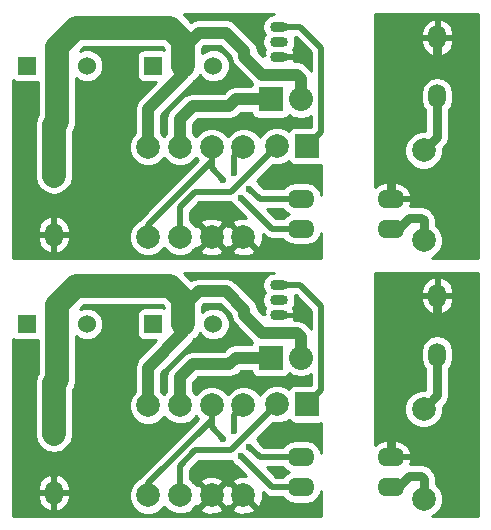
<source format=gbr>
G04 #@! TF.FileFunction,Copper,L1,Top,Signal*
%FSLAX46Y46*%
G04 Gerber Fmt 4.6, Leading zero omitted, Abs format (unit mm)*
G04 Created by KiCad (PCBNEW 4.0.4-stable) date 11/28/16 12:21:10*
%MOMM*%
%LPD*%
G01*
G04 APERTURE LIST*
%ADD10C,0.100000*%
%ADD11C,1.998980*%
%ADD12R,2.032000X2.032000*%
%ADD13O,2.032000X2.032000*%
%ADD14R,2.000000X2.000000*%
%ADD15C,2.000000*%
%ADD16C,1.524000*%
%ADD17R,1.524000X1.524000*%
%ADD18O,1.500000X2.000000*%
%ADD19C,0.600000*%
%ADD20O,1.501140X0.899160*%
%ADD21O,2.300000X1.600000*%
%ADD22C,2.000000*%
%ADD23C,1.000000*%
%ADD24C,0.500000*%
%ADD25C,0.800000*%
%ADD26C,0.250000*%
G04 APERTURE END LIST*
D10*
D11*
X198900000Y-118630000D03*
X198900000Y-111010000D03*
D12*
X206600000Y-106980000D03*
D13*
X209140000Y-106980000D03*
D14*
X209700000Y-110930000D03*
D15*
X207160000Y-110930000D03*
D16*
X199200000Y-104130000D03*
X201740000Y-104130000D03*
D17*
X196660000Y-104130000D03*
D16*
X188500000Y-104130000D03*
X191040000Y-104130000D03*
D17*
X185960000Y-104130000D03*
D18*
X220700000Y-101730000D03*
X220700000Y-106730000D03*
X188250000Y-113430000D03*
X188250000Y-118430000D03*
D19*
X216650000Y-100805000D03*
D20*
X207300000Y-102100000D03*
X207300000Y-103370000D03*
X207300000Y-100830000D03*
D11*
X204300000Y-118630000D03*
X204300000Y-111010000D03*
X201600000Y-118630000D03*
X201600000Y-111010000D03*
X219550000Y-118930000D03*
X219550000Y-111310000D03*
X196200000Y-111030000D03*
X196200000Y-118650000D03*
D19*
X193875000Y-108780000D03*
X193750000Y-103905000D03*
X198275000Y-113205000D03*
X193525000Y-115805000D03*
X185925000Y-119280000D03*
X186050000Y-108780000D03*
X190950000Y-119230000D03*
X206500000Y-119805000D03*
X222290000Y-110470000D03*
X222875000Y-105305000D03*
X223175000Y-100955000D03*
X221825000Y-113980000D03*
X217600000Y-104055000D03*
X222800000Y-118405000D03*
X186375000Y-115830000D03*
D21*
X216750000Y-117930000D03*
X216750000Y-115390000D03*
X209130000Y-115390000D03*
X209130000Y-117930000D03*
D19*
X200675000Y-105830000D03*
X191000000Y-112930000D03*
X205550000Y-102055000D03*
X191425000Y-108155000D03*
X193925000Y-105880000D03*
X185800000Y-106555000D03*
X203600000Y-105205000D03*
X201725000Y-108780000D03*
X193125000Y-111330000D03*
X195725000Y-114105000D03*
X190475000Y-115680000D03*
X210075000Y-119780000D03*
X206450000Y-113355000D03*
X206875000Y-116605000D03*
X209925000Y-113405000D03*
X185775000Y-111955000D03*
X185775000Y-133825000D03*
X209925000Y-135275000D03*
X206875000Y-138475000D03*
X206450000Y-135225000D03*
X210075000Y-141650000D03*
X190475000Y-137550000D03*
X195725000Y-135975000D03*
X193125000Y-133200000D03*
X201725000Y-130650000D03*
X203600000Y-127075000D03*
X185800000Y-128425000D03*
X193925000Y-127750000D03*
X191425000Y-130025000D03*
X205550000Y-123925000D03*
X191000000Y-134800000D03*
X200675000Y-127700000D03*
D21*
X216750000Y-139800000D03*
X216750000Y-137260000D03*
X209130000Y-137260000D03*
X209130000Y-139800000D03*
D19*
X186375000Y-137700000D03*
X222800000Y-140275000D03*
X217600000Y-125925000D03*
X221825000Y-135850000D03*
X223175000Y-122825000D03*
X222875000Y-127175000D03*
X222290000Y-132340000D03*
X206500000Y-141675000D03*
X190950000Y-141100000D03*
X186050000Y-130650000D03*
X185925000Y-141150000D03*
X193525000Y-137675000D03*
X198275000Y-135075000D03*
X193750000Y-125775000D03*
X193875000Y-130650000D03*
D11*
X196200000Y-132900000D03*
X196200000Y-140520000D03*
X219550000Y-140800000D03*
X219550000Y-133180000D03*
X201600000Y-140500000D03*
X201600000Y-132880000D03*
X204300000Y-140500000D03*
X204300000Y-132880000D03*
D20*
X207300000Y-123970000D03*
X207300000Y-125240000D03*
X207300000Y-122700000D03*
D19*
X216650000Y-122675000D03*
D18*
X188250000Y-135300000D03*
X188250000Y-140300000D03*
X220700000Y-123600000D03*
X220700000Y-128600000D03*
D16*
X188500000Y-126000000D03*
X191040000Y-126000000D03*
D17*
X185960000Y-126000000D03*
D16*
X199200000Y-126000000D03*
X201740000Y-126000000D03*
D17*
X196660000Y-126000000D03*
D14*
X209700000Y-132800000D03*
D15*
X207160000Y-132800000D03*
D12*
X206600000Y-128850000D03*
D13*
X209140000Y-128850000D03*
D11*
X198900000Y-140500000D03*
X198900000Y-132880000D03*
D19*
X204100000Y-115330000D03*
X202600000Y-113830000D03*
X202600000Y-135700000D03*
X204100000Y-137200000D03*
X204800000Y-114530000D03*
X203500000Y-113230000D03*
X203500000Y-135100000D03*
X204800000Y-136400000D03*
D22*
X188500000Y-102530000D02*
X190100000Y-100930000D01*
X190100000Y-100930000D02*
X198100000Y-100930000D01*
X198100000Y-100930000D02*
X199200000Y-102030000D01*
X199200000Y-102030000D02*
X199200000Y-104130000D01*
X188500000Y-104130000D02*
X188500000Y-102530000D01*
D23*
X199200000Y-102630000D02*
X200500000Y-101330000D01*
X200500000Y-101330000D02*
X202800000Y-101330000D01*
X199200000Y-102630000D02*
X199200000Y-104130000D01*
X196200000Y-107830000D02*
X196200000Y-111030000D01*
X199200000Y-104830000D02*
X196200000Y-107830000D01*
X199200000Y-104130000D02*
X199200000Y-104830000D01*
X198900000Y-108630000D02*
X198900000Y-111010000D01*
X200000000Y-107530000D02*
X198900000Y-108630000D01*
D22*
X188250000Y-109130000D02*
X188500000Y-108880000D01*
X188500000Y-108880000D02*
X188500000Y-104130000D01*
X188250000Y-113430000D02*
X188250000Y-109130000D01*
D23*
X203650000Y-106980000D02*
X206600000Y-106980000D01*
X203100000Y-107530000D02*
X203650000Y-106980000D01*
X200000000Y-107530000D02*
X203100000Y-107530000D01*
X209140000Y-105220000D02*
X209140000Y-106980000D01*
X208800000Y-104880000D02*
X209140000Y-105220000D01*
X205900000Y-104880000D02*
X208800000Y-104880000D01*
X204375000Y-103355000D02*
X205900000Y-104880000D01*
X204375000Y-102930000D02*
X204375000Y-103355000D01*
X202800000Y-101355000D02*
X204375000Y-102930000D01*
X202800000Y-101330000D02*
X202800000Y-101355000D01*
X202800000Y-123200000D02*
X202800000Y-123225000D01*
X202800000Y-123225000D02*
X204375000Y-124800000D01*
X204375000Y-124800000D02*
X204375000Y-125225000D01*
X204375000Y-125225000D02*
X205900000Y-126750000D01*
X205900000Y-126750000D02*
X208800000Y-126750000D01*
X208800000Y-126750000D02*
X209140000Y-127090000D01*
X209140000Y-127090000D02*
X209140000Y-128850000D01*
X200000000Y-129400000D02*
X203100000Y-129400000D01*
X203100000Y-129400000D02*
X203650000Y-128850000D01*
X203650000Y-128850000D02*
X206600000Y-128850000D01*
D22*
X188250000Y-135300000D02*
X188250000Y-131000000D01*
X188500000Y-130750000D02*
X188500000Y-126000000D01*
X188250000Y-131000000D02*
X188500000Y-130750000D01*
D23*
X200000000Y-129400000D02*
X198900000Y-130500000D01*
X198900000Y-130500000D02*
X198900000Y-132880000D01*
X199200000Y-126000000D02*
X199200000Y-126700000D01*
X199200000Y-126700000D02*
X196200000Y-129700000D01*
X196200000Y-129700000D02*
X196200000Y-132900000D01*
X199200000Y-124500000D02*
X199200000Y-126000000D01*
X200500000Y-123200000D02*
X202800000Y-123200000D01*
X199200000Y-124500000D02*
X200500000Y-123200000D01*
D22*
X188500000Y-126000000D02*
X188500000Y-124400000D01*
X199200000Y-123900000D02*
X199200000Y-126000000D01*
X198100000Y-122800000D02*
X199200000Y-123900000D01*
X190100000Y-122800000D02*
X198100000Y-122800000D01*
X188500000Y-124400000D02*
X190100000Y-122800000D01*
D24*
X207280000Y-117930000D02*
X206800000Y-117930000D01*
X202600000Y-113830000D02*
X201600000Y-112830000D01*
X201600000Y-112830000D02*
X201600000Y-111010000D01*
X206700000Y-117930000D02*
X204100000Y-115330000D01*
X207280000Y-117930000D02*
X206700000Y-117930000D01*
X196200000Y-117630000D02*
X201600000Y-112230000D01*
X201600000Y-112230000D02*
X201600000Y-111010000D01*
X196200000Y-118650000D02*
X196200000Y-117630000D01*
X207280000Y-117930000D02*
X209130000Y-117930000D01*
X207280000Y-139800000D02*
X209130000Y-139800000D01*
X196200000Y-140520000D02*
X196200000Y-139500000D01*
X201600000Y-134100000D02*
X201600000Y-132880000D01*
X196200000Y-139500000D02*
X201600000Y-134100000D01*
X207280000Y-139800000D02*
X206700000Y-139800000D01*
X206700000Y-139800000D02*
X204100000Y-137200000D01*
X201600000Y-134700000D02*
X201600000Y-132880000D01*
X202600000Y-135700000D02*
X201600000Y-134700000D01*
X207280000Y-139800000D02*
X206800000Y-139800000D01*
D25*
X217375000Y-117930000D02*
X216750000Y-117930000D01*
X219550000Y-117230000D02*
X219325000Y-117005000D01*
X219325000Y-117005000D02*
X218300000Y-117005000D01*
X218300000Y-117005000D02*
X217375000Y-117930000D01*
X219550000Y-118930000D02*
X219550000Y-117230000D01*
X219550000Y-140800000D02*
X219550000Y-139100000D01*
X218300000Y-138875000D02*
X217375000Y-139800000D01*
X219325000Y-138875000D02*
X218300000Y-138875000D01*
X219550000Y-139100000D02*
X219325000Y-138875000D01*
X217375000Y-139800000D02*
X216750000Y-139800000D01*
X220700000Y-110160000D02*
X219550000Y-111310000D01*
X220700000Y-106730000D02*
X220700000Y-110160000D01*
X220700000Y-128600000D02*
X220700000Y-132030000D01*
X220700000Y-132030000D02*
X219550000Y-133180000D01*
D24*
X203500000Y-113230000D02*
X203500000Y-111810000D01*
X205660000Y-115390000D02*
X204800000Y-114530000D01*
X203500000Y-111810000D02*
X204300000Y-111010000D01*
X207275000Y-115390000D02*
X205660000Y-115390000D01*
X207280000Y-115390000D02*
X207275000Y-115390000D01*
X207275000Y-115390000D02*
X209130000Y-115390000D01*
X207275000Y-137260000D02*
X209130000Y-137260000D01*
X207280000Y-137260000D02*
X207275000Y-137260000D01*
X207275000Y-137260000D02*
X205660000Y-137260000D01*
X203500000Y-133680000D02*
X204300000Y-132880000D01*
X205660000Y-137260000D02*
X204800000Y-136400000D01*
X203500000Y-135100000D02*
X203500000Y-133680000D01*
D25*
X216750000Y-111905000D02*
X217350000Y-111305000D01*
X217350000Y-111305000D02*
X217350000Y-106880000D01*
X217350000Y-106880000D02*
X220700000Y-103530000D01*
X220700000Y-103530000D02*
X220700000Y-101730000D01*
X216750000Y-115390000D02*
X216750000Y-111905000D01*
X216750000Y-137260000D02*
X216750000Y-133775000D01*
X220700000Y-125400000D02*
X220700000Y-123600000D01*
X217350000Y-128750000D02*
X220700000Y-125400000D01*
X217350000Y-133175000D02*
X217350000Y-128750000D01*
X216750000Y-133775000D02*
X217350000Y-133175000D01*
D24*
X198900000Y-116130000D02*
X200200000Y-114830000D01*
X200200000Y-114830000D02*
X203260000Y-114830000D01*
X203260000Y-114830000D02*
X207160000Y-110930000D01*
X198900000Y-118630000D02*
X198900000Y-116130000D01*
X198900000Y-140500000D02*
X198900000Y-138000000D01*
X203260000Y-136700000D02*
X207160000Y-132800000D01*
X200200000Y-136700000D02*
X203260000Y-136700000D01*
X198900000Y-138000000D02*
X200200000Y-136700000D01*
X209100000Y-100830000D02*
X210900000Y-102630000D01*
X210900000Y-102630000D02*
X210900000Y-109730000D01*
X210900000Y-109730000D02*
X209700000Y-110930000D01*
X207300000Y-100830000D02*
X209100000Y-100830000D01*
X207300000Y-122700000D02*
X209100000Y-122700000D01*
X210900000Y-131600000D02*
X209700000Y-132800000D01*
X210900000Y-124500000D02*
X210900000Y-131600000D01*
X209100000Y-122700000D02*
X210900000Y-124500000D01*
D26*
G36*
X224150000Y-142250000D02*
X220294694Y-142250000D01*
X220468998Y-142177979D01*
X220926373Y-141721401D01*
X221174208Y-141124549D01*
X221174772Y-140478287D01*
X220927979Y-139881002D01*
X220575000Y-139527407D01*
X220575000Y-139100000D01*
X220496977Y-138707749D01*
X220274784Y-138375216D01*
X220049784Y-138150216D01*
X219717251Y-137928023D01*
X219717246Y-137928022D01*
X219325000Y-137850000D01*
X218376544Y-137850000D01*
X218464364Y-137689839D01*
X218482476Y-137605521D01*
X218362577Y-137385000D01*
X216875000Y-137385000D01*
X216875000Y-137405000D01*
X216625000Y-137405000D01*
X216625000Y-137385000D01*
X216605000Y-137385000D01*
X216605000Y-137135000D01*
X216625000Y-137135000D01*
X216625000Y-135835000D01*
X216875000Y-135835000D01*
X216875000Y-137135000D01*
X218362577Y-137135000D01*
X218482476Y-136914479D01*
X218464364Y-136830161D01*
X218196016Y-136340761D01*
X217760809Y-135991307D01*
X217225000Y-135835000D01*
X216875000Y-135835000D01*
X216625000Y-135835000D01*
X216275000Y-135835000D01*
X215739191Y-135991307D01*
X215400000Y-136263664D01*
X215400000Y-133501713D01*
X217925228Y-133501713D01*
X218172021Y-134098998D01*
X218628599Y-134556373D01*
X219225451Y-134804208D01*
X219871713Y-134804772D01*
X220468998Y-134557979D01*
X220926373Y-134101401D01*
X221174208Y-133504549D01*
X221174644Y-133004925D01*
X221424785Y-132754784D01*
X221624950Y-132455216D01*
X221646977Y-132422251D01*
X221725000Y-132030000D01*
X221725000Y-129775195D01*
X221970334Y-129408026D01*
X222075000Y-128881836D01*
X222075000Y-128318164D01*
X221970334Y-127791974D01*
X221672272Y-127345892D01*
X221226190Y-127047830D01*
X220700000Y-126943164D01*
X220173810Y-127047830D01*
X219727728Y-127345892D01*
X219429666Y-127791974D01*
X219325000Y-128318164D01*
X219325000Y-128881836D01*
X219429666Y-129408026D01*
X219675000Y-129775195D01*
X219675000Y-131555618D01*
X219228287Y-131555228D01*
X218631002Y-131802021D01*
X218173627Y-132258599D01*
X217925792Y-132855451D01*
X217925228Y-133501713D01*
X215400000Y-133501713D01*
X215400000Y-123725000D01*
X219325000Y-123725000D01*
X219325000Y-123975000D01*
X219477501Y-124491675D01*
X219816117Y-124910661D01*
X220289296Y-125168170D01*
X220362332Y-125182893D01*
X220575000Y-125062323D01*
X220575000Y-123725000D01*
X220825000Y-123725000D01*
X220825000Y-125062323D01*
X221037668Y-125182893D01*
X221110704Y-125168170D01*
X221583883Y-124910661D01*
X221922499Y-124491675D01*
X222075000Y-123975000D01*
X222075000Y-123725000D01*
X220825000Y-123725000D01*
X220575000Y-123725000D01*
X219325000Y-123725000D01*
X215400000Y-123725000D01*
X215400000Y-123225000D01*
X219325000Y-123225000D01*
X219325000Y-123475000D01*
X220575000Y-123475000D01*
X220575000Y-122137677D01*
X220825000Y-122137677D01*
X220825000Y-123475000D01*
X222075000Y-123475000D01*
X222075000Y-123225000D01*
X221922499Y-122708325D01*
X221583883Y-122289339D01*
X221110704Y-122031830D01*
X221037668Y-122017107D01*
X220825000Y-122137677D01*
X220575000Y-122137677D01*
X220362332Y-122017107D01*
X220289296Y-122031830D01*
X219816117Y-122289339D01*
X219477501Y-122708325D01*
X219325000Y-123225000D01*
X215400000Y-123225000D01*
X215400000Y-121650000D01*
X224150000Y-121650000D01*
X224150000Y-142250000D01*
X224150000Y-142250000D01*
G37*
X224150000Y-142250000D02*
X220294694Y-142250000D01*
X220468998Y-142177979D01*
X220926373Y-141721401D01*
X221174208Y-141124549D01*
X221174772Y-140478287D01*
X220927979Y-139881002D01*
X220575000Y-139527407D01*
X220575000Y-139100000D01*
X220496977Y-138707749D01*
X220274784Y-138375216D01*
X220049784Y-138150216D01*
X219717251Y-137928023D01*
X219717246Y-137928022D01*
X219325000Y-137850000D01*
X218376544Y-137850000D01*
X218464364Y-137689839D01*
X218482476Y-137605521D01*
X218362577Y-137385000D01*
X216875000Y-137385000D01*
X216875000Y-137405000D01*
X216625000Y-137405000D01*
X216625000Y-137385000D01*
X216605000Y-137385000D01*
X216605000Y-137135000D01*
X216625000Y-137135000D01*
X216625000Y-135835000D01*
X216875000Y-135835000D01*
X216875000Y-137135000D01*
X218362577Y-137135000D01*
X218482476Y-136914479D01*
X218464364Y-136830161D01*
X218196016Y-136340761D01*
X217760809Y-135991307D01*
X217225000Y-135835000D01*
X216875000Y-135835000D01*
X216625000Y-135835000D01*
X216275000Y-135835000D01*
X215739191Y-135991307D01*
X215400000Y-136263664D01*
X215400000Y-133501713D01*
X217925228Y-133501713D01*
X218172021Y-134098998D01*
X218628599Y-134556373D01*
X219225451Y-134804208D01*
X219871713Y-134804772D01*
X220468998Y-134557979D01*
X220926373Y-134101401D01*
X221174208Y-133504549D01*
X221174644Y-133004925D01*
X221424785Y-132754784D01*
X221624950Y-132455216D01*
X221646977Y-132422251D01*
X221725000Y-132030000D01*
X221725000Y-129775195D01*
X221970334Y-129408026D01*
X222075000Y-128881836D01*
X222075000Y-128318164D01*
X221970334Y-127791974D01*
X221672272Y-127345892D01*
X221226190Y-127047830D01*
X220700000Y-126943164D01*
X220173810Y-127047830D01*
X219727728Y-127345892D01*
X219429666Y-127791974D01*
X219325000Y-128318164D01*
X219325000Y-128881836D01*
X219429666Y-129408026D01*
X219675000Y-129775195D01*
X219675000Y-131555618D01*
X219228287Y-131555228D01*
X218631002Y-131802021D01*
X218173627Y-132258599D01*
X217925792Y-132855451D01*
X217925228Y-133501713D01*
X215400000Y-133501713D01*
X215400000Y-123725000D01*
X219325000Y-123725000D01*
X219325000Y-123975000D01*
X219477501Y-124491675D01*
X219816117Y-124910661D01*
X220289296Y-125168170D01*
X220362332Y-125182893D01*
X220575000Y-125062323D01*
X220575000Y-123725000D01*
X220825000Y-123725000D01*
X220825000Y-125062323D01*
X221037668Y-125182893D01*
X221110704Y-125168170D01*
X221583883Y-124910661D01*
X221922499Y-124491675D01*
X222075000Y-123975000D01*
X222075000Y-123725000D01*
X220825000Y-123725000D01*
X220575000Y-123725000D01*
X219325000Y-123725000D01*
X215400000Y-123725000D01*
X215400000Y-123225000D01*
X219325000Y-123225000D01*
X219325000Y-123475000D01*
X220575000Y-123475000D01*
X220575000Y-122137677D01*
X220825000Y-122137677D01*
X220825000Y-123475000D01*
X222075000Y-123475000D01*
X222075000Y-123225000D01*
X221922499Y-122708325D01*
X221583883Y-122289339D01*
X221110704Y-122031830D01*
X221037668Y-122017107D01*
X220825000Y-122137677D01*
X220575000Y-122137677D01*
X220362332Y-122017107D01*
X220289296Y-122031830D01*
X219816117Y-122289339D01*
X219477501Y-122708325D01*
X219325000Y-123225000D01*
X215400000Y-123225000D01*
X215400000Y-121650000D01*
X224150000Y-121650000D01*
X224150000Y-142250000D01*
G36*
X197575000Y-124573097D02*
X197575000Y-124631739D01*
X197422000Y-124600756D01*
X195898000Y-124600756D01*
X195666389Y-124644337D01*
X195453668Y-124781219D01*
X195310962Y-124990076D01*
X195260756Y-125238000D01*
X195260756Y-126762000D01*
X195304337Y-126993611D01*
X195441219Y-127206332D01*
X195650076Y-127349038D01*
X195898000Y-127399244D01*
X196909766Y-127399244D01*
X195404505Y-128904505D01*
X195160636Y-129269481D01*
X195075000Y-129700000D01*
X195075000Y-131727664D01*
X194823627Y-131978599D01*
X194575792Y-132575451D01*
X194575228Y-133221713D01*
X194822021Y-133818998D01*
X195278599Y-134276373D01*
X195875451Y-134524208D01*
X196521713Y-134524772D01*
X197118998Y-134277979D01*
X197560351Y-133837395D01*
X197978599Y-134256373D01*
X198575451Y-134504208D01*
X199221713Y-134504772D01*
X199818998Y-134257979D01*
X200250351Y-133827378D01*
X200442601Y-134019963D01*
X195581282Y-138881282D01*
X195455137Y-139070070D01*
X195281002Y-139142021D01*
X194823627Y-139598599D01*
X194575792Y-140195451D01*
X194575228Y-140841713D01*
X194822021Y-141438998D01*
X195278599Y-141896373D01*
X195875451Y-142144208D01*
X196521713Y-142144772D01*
X197118998Y-141897979D01*
X197560351Y-141457395D01*
X197978599Y-141876373D01*
X198575451Y-142124208D01*
X199221713Y-142124772D01*
X199818998Y-141877979D01*
X200051976Y-141645406D01*
X200631370Y-141645406D01*
X200730346Y-141909639D01*
X201335990Y-142135139D01*
X201981828Y-142111704D01*
X202469654Y-141909639D01*
X202568630Y-141645406D01*
X203331370Y-141645406D01*
X203430346Y-141909639D01*
X204035990Y-142135139D01*
X204681828Y-142111704D01*
X205169654Y-141909639D01*
X205268630Y-141645406D01*
X204300000Y-140676777D01*
X203331370Y-141645406D01*
X202568630Y-141645406D01*
X201600000Y-140676777D01*
X200631370Y-141645406D01*
X200051976Y-141645406D01*
X200276373Y-141421401D01*
X200283391Y-141404501D01*
X200454594Y-141468630D01*
X201423223Y-140500000D01*
X201776777Y-140500000D01*
X202745406Y-141468630D01*
X202950000Y-141391993D01*
X203154594Y-141468630D01*
X204123223Y-140500000D01*
X203154594Y-139531370D01*
X202950000Y-139608007D01*
X202745406Y-139531370D01*
X201776777Y-140500000D01*
X201423223Y-140500000D01*
X200454594Y-139531370D01*
X200283892Y-139595311D01*
X200277979Y-139581002D01*
X200051966Y-139354594D01*
X200631370Y-139354594D01*
X201600000Y-140323223D01*
X202568630Y-139354594D01*
X202469654Y-139090361D01*
X201864010Y-138864861D01*
X201218172Y-138888296D01*
X200730346Y-139090361D01*
X200631370Y-139354594D01*
X200051966Y-139354594D01*
X199821401Y-139123627D01*
X199775000Y-139104360D01*
X199775000Y-138362436D01*
X200562437Y-137575000D01*
X203254095Y-137575000D01*
X203315366Y-137723286D01*
X203575345Y-137983720D01*
X203696657Y-138034093D01*
X204528706Y-138866142D01*
X203918172Y-138888296D01*
X203430346Y-139090361D01*
X203331370Y-139354594D01*
X204300000Y-140323223D01*
X204314142Y-140309081D01*
X204490919Y-140485858D01*
X204476777Y-140500000D01*
X205445406Y-141468630D01*
X205709639Y-141369654D01*
X205935139Y-140764010D01*
X205916635Y-140254072D01*
X206081281Y-140418718D01*
X206202928Y-140500000D01*
X206365152Y-140608395D01*
X206700000Y-140675000D01*
X207648980Y-140675000D01*
X207737599Y-140807627D01*
X208199902Y-141116528D01*
X208745226Y-141225000D01*
X209514774Y-141225000D01*
X210060098Y-141116528D01*
X210522401Y-140807627D01*
X210831302Y-140345324D01*
X210875000Y-140125640D01*
X210875000Y-142250000D01*
X184800000Y-142250000D01*
X184800000Y-140425000D01*
X186875000Y-140425000D01*
X186875000Y-140675000D01*
X187027501Y-141191675D01*
X187366117Y-141610661D01*
X187839296Y-141868170D01*
X187912332Y-141882893D01*
X188125000Y-141762323D01*
X188125000Y-140425000D01*
X188375000Y-140425000D01*
X188375000Y-141762323D01*
X188587668Y-141882893D01*
X188660704Y-141868170D01*
X189133883Y-141610661D01*
X189472499Y-141191675D01*
X189625000Y-140675000D01*
X189625000Y-140425000D01*
X188375000Y-140425000D01*
X188125000Y-140425000D01*
X186875000Y-140425000D01*
X184800000Y-140425000D01*
X184800000Y-139925000D01*
X186875000Y-139925000D01*
X186875000Y-140175000D01*
X188125000Y-140175000D01*
X188125000Y-138837677D01*
X188375000Y-138837677D01*
X188375000Y-140175000D01*
X189625000Y-140175000D01*
X189625000Y-139925000D01*
X189472499Y-139408325D01*
X189133883Y-138989339D01*
X188660704Y-138731830D01*
X188587668Y-138717107D01*
X188375000Y-138837677D01*
X188125000Y-138837677D01*
X187912332Y-138717107D01*
X187839296Y-138731830D01*
X187366117Y-138989339D01*
X187027501Y-139408325D01*
X186875000Y-139925000D01*
X184800000Y-139925000D01*
X184800000Y-127246495D01*
X184950076Y-127349038D01*
X185198000Y-127399244D01*
X186722000Y-127399244D01*
X186875000Y-127370455D01*
X186875000Y-130189111D01*
X186748696Y-130378139D01*
X186748696Y-130378140D01*
X186624999Y-131000000D01*
X186625000Y-131000005D01*
X186625000Y-135300000D01*
X186748696Y-135921861D01*
X187100951Y-136449049D01*
X187628139Y-136801304D01*
X187655968Y-136806840D01*
X187723810Y-136852170D01*
X188250000Y-136956836D01*
X188776190Y-136852170D01*
X188844032Y-136806840D01*
X188871861Y-136801304D01*
X189399049Y-136449049D01*
X189751304Y-135921861D01*
X189875000Y-135300000D01*
X189875000Y-131560889D01*
X190001304Y-131371861D01*
X190125000Y-130750000D01*
X190125000Y-127046630D01*
X190253302Y-127175156D01*
X190762898Y-127386759D01*
X191314681Y-127387240D01*
X191824646Y-127176527D01*
X192215156Y-126786698D01*
X192426759Y-126277102D01*
X192427240Y-125725319D01*
X192216527Y-125215354D01*
X191826698Y-124824844D01*
X191317102Y-124613241D01*
X190765319Y-124612760D01*
X190458607Y-124739491D01*
X190773097Y-124425000D01*
X197426902Y-124425000D01*
X197575000Y-124573097D01*
X197575000Y-124573097D01*
G37*
X197575000Y-124573097D02*
X197575000Y-124631739D01*
X197422000Y-124600756D01*
X195898000Y-124600756D01*
X195666389Y-124644337D01*
X195453668Y-124781219D01*
X195310962Y-124990076D01*
X195260756Y-125238000D01*
X195260756Y-126762000D01*
X195304337Y-126993611D01*
X195441219Y-127206332D01*
X195650076Y-127349038D01*
X195898000Y-127399244D01*
X196909766Y-127399244D01*
X195404505Y-128904505D01*
X195160636Y-129269481D01*
X195075000Y-129700000D01*
X195075000Y-131727664D01*
X194823627Y-131978599D01*
X194575792Y-132575451D01*
X194575228Y-133221713D01*
X194822021Y-133818998D01*
X195278599Y-134276373D01*
X195875451Y-134524208D01*
X196521713Y-134524772D01*
X197118998Y-134277979D01*
X197560351Y-133837395D01*
X197978599Y-134256373D01*
X198575451Y-134504208D01*
X199221713Y-134504772D01*
X199818998Y-134257979D01*
X200250351Y-133827378D01*
X200442601Y-134019963D01*
X195581282Y-138881282D01*
X195455137Y-139070070D01*
X195281002Y-139142021D01*
X194823627Y-139598599D01*
X194575792Y-140195451D01*
X194575228Y-140841713D01*
X194822021Y-141438998D01*
X195278599Y-141896373D01*
X195875451Y-142144208D01*
X196521713Y-142144772D01*
X197118998Y-141897979D01*
X197560351Y-141457395D01*
X197978599Y-141876373D01*
X198575451Y-142124208D01*
X199221713Y-142124772D01*
X199818998Y-141877979D01*
X200051976Y-141645406D01*
X200631370Y-141645406D01*
X200730346Y-141909639D01*
X201335990Y-142135139D01*
X201981828Y-142111704D01*
X202469654Y-141909639D01*
X202568630Y-141645406D01*
X203331370Y-141645406D01*
X203430346Y-141909639D01*
X204035990Y-142135139D01*
X204681828Y-142111704D01*
X205169654Y-141909639D01*
X205268630Y-141645406D01*
X204300000Y-140676777D01*
X203331370Y-141645406D01*
X202568630Y-141645406D01*
X201600000Y-140676777D01*
X200631370Y-141645406D01*
X200051976Y-141645406D01*
X200276373Y-141421401D01*
X200283391Y-141404501D01*
X200454594Y-141468630D01*
X201423223Y-140500000D01*
X201776777Y-140500000D01*
X202745406Y-141468630D01*
X202950000Y-141391993D01*
X203154594Y-141468630D01*
X204123223Y-140500000D01*
X203154594Y-139531370D01*
X202950000Y-139608007D01*
X202745406Y-139531370D01*
X201776777Y-140500000D01*
X201423223Y-140500000D01*
X200454594Y-139531370D01*
X200283892Y-139595311D01*
X200277979Y-139581002D01*
X200051966Y-139354594D01*
X200631370Y-139354594D01*
X201600000Y-140323223D01*
X202568630Y-139354594D01*
X202469654Y-139090361D01*
X201864010Y-138864861D01*
X201218172Y-138888296D01*
X200730346Y-139090361D01*
X200631370Y-139354594D01*
X200051966Y-139354594D01*
X199821401Y-139123627D01*
X199775000Y-139104360D01*
X199775000Y-138362436D01*
X200562437Y-137575000D01*
X203254095Y-137575000D01*
X203315366Y-137723286D01*
X203575345Y-137983720D01*
X203696657Y-138034093D01*
X204528706Y-138866142D01*
X203918172Y-138888296D01*
X203430346Y-139090361D01*
X203331370Y-139354594D01*
X204300000Y-140323223D01*
X204314142Y-140309081D01*
X204490919Y-140485858D01*
X204476777Y-140500000D01*
X205445406Y-141468630D01*
X205709639Y-141369654D01*
X205935139Y-140764010D01*
X205916635Y-140254072D01*
X206081281Y-140418718D01*
X206202928Y-140500000D01*
X206365152Y-140608395D01*
X206700000Y-140675000D01*
X207648980Y-140675000D01*
X207737599Y-140807627D01*
X208199902Y-141116528D01*
X208745226Y-141225000D01*
X209514774Y-141225000D01*
X210060098Y-141116528D01*
X210522401Y-140807627D01*
X210831302Y-140345324D01*
X210875000Y-140125640D01*
X210875000Y-142250000D01*
X184800000Y-142250000D01*
X184800000Y-140425000D01*
X186875000Y-140425000D01*
X186875000Y-140675000D01*
X187027501Y-141191675D01*
X187366117Y-141610661D01*
X187839296Y-141868170D01*
X187912332Y-141882893D01*
X188125000Y-141762323D01*
X188125000Y-140425000D01*
X188375000Y-140425000D01*
X188375000Y-141762323D01*
X188587668Y-141882893D01*
X188660704Y-141868170D01*
X189133883Y-141610661D01*
X189472499Y-141191675D01*
X189625000Y-140675000D01*
X189625000Y-140425000D01*
X188375000Y-140425000D01*
X188125000Y-140425000D01*
X186875000Y-140425000D01*
X184800000Y-140425000D01*
X184800000Y-139925000D01*
X186875000Y-139925000D01*
X186875000Y-140175000D01*
X188125000Y-140175000D01*
X188125000Y-138837677D01*
X188375000Y-138837677D01*
X188375000Y-140175000D01*
X189625000Y-140175000D01*
X189625000Y-139925000D01*
X189472499Y-139408325D01*
X189133883Y-138989339D01*
X188660704Y-138731830D01*
X188587668Y-138717107D01*
X188375000Y-138837677D01*
X188125000Y-138837677D01*
X187912332Y-138717107D01*
X187839296Y-138731830D01*
X187366117Y-138989339D01*
X187027501Y-139408325D01*
X186875000Y-139925000D01*
X184800000Y-139925000D01*
X184800000Y-127246495D01*
X184950076Y-127349038D01*
X185198000Y-127399244D01*
X186722000Y-127399244D01*
X186875000Y-127370455D01*
X186875000Y-130189111D01*
X186748696Y-130378139D01*
X186748696Y-130378140D01*
X186624999Y-131000000D01*
X186625000Y-131000005D01*
X186625000Y-135300000D01*
X186748696Y-135921861D01*
X187100951Y-136449049D01*
X187628139Y-136801304D01*
X187655968Y-136806840D01*
X187723810Y-136852170D01*
X188250000Y-136956836D01*
X188776190Y-136852170D01*
X188844032Y-136806840D01*
X188871861Y-136801304D01*
X189399049Y-136449049D01*
X189751304Y-135921861D01*
X189875000Y-135300000D01*
X189875000Y-131560889D01*
X190001304Y-131371861D01*
X190125000Y-130750000D01*
X190125000Y-127046630D01*
X190253302Y-127175156D01*
X190762898Y-127386759D01*
X191314681Y-127387240D01*
X191824646Y-127176527D01*
X192215156Y-126786698D01*
X192426759Y-126277102D01*
X192427240Y-125725319D01*
X192216527Y-125215354D01*
X191826698Y-124824844D01*
X191317102Y-124613241D01*
X190765319Y-124612760D01*
X190458607Y-124739491D01*
X190773097Y-124425000D01*
X197426902Y-124425000D01*
X197575000Y-124573097D01*
G36*
X207737599Y-138267627D02*
X208130268Y-138530000D01*
X207737599Y-138792373D01*
X207648980Y-138925000D01*
X207062437Y-138925000D01*
X206272437Y-138135000D01*
X207648980Y-138135000D01*
X207737599Y-138267627D01*
X207737599Y-138267627D01*
G37*
X207737599Y-138267627D02*
X208130268Y-138530000D01*
X207737599Y-138792373D01*
X207648980Y-138925000D01*
X207062437Y-138925000D01*
X206272437Y-138135000D01*
X207648980Y-138135000D01*
X207737599Y-138267627D01*
G36*
X208243219Y-134244332D02*
X208452076Y-134387038D01*
X208700000Y-134437244D01*
X210700000Y-134437244D01*
X210875000Y-134404315D01*
X210875000Y-136934360D01*
X210831302Y-136714676D01*
X210522401Y-136252373D01*
X210060098Y-135943472D01*
X209514774Y-135835000D01*
X208745226Y-135835000D01*
X208199902Y-135943472D01*
X207737599Y-136252373D01*
X207648980Y-136385000D01*
X206022437Y-136385000D01*
X205634264Y-135996828D01*
X205584634Y-135876714D01*
X205452794Y-135744643D01*
X206791095Y-134406342D01*
X206835349Y-134424718D01*
X207481814Y-134425282D01*
X208079286Y-134178412D01*
X208153274Y-134104553D01*
X208243219Y-134244332D01*
X208243219Y-134244332D01*
G37*
X208243219Y-134244332D02*
X208452076Y-134387038D01*
X208700000Y-134437244D01*
X210700000Y-134437244D01*
X210875000Y-134404315D01*
X210875000Y-136934360D01*
X210831302Y-136714676D01*
X210522401Y-136252373D01*
X210060098Y-135943472D01*
X209514774Y-135835000D01*
X208745226Y-135835000D01*
X208199902Y-135943472D01*
X207737599Y-136252373D01*
X207648980Y-136385000D01*
X206022437Y-136385000D01*
X205634264Y-135996828D01*
X205584634Y-135876714D01*
X205452794Y-135744643D01*
X206791095Y-134406342D01*
X206835349Y-134424718D01*
X207481814Y-134425282D01*
X208079286Y-134178412D01*
X208153274Y-134104553D01*
X208243219Y-134244332D01*
G36*
X204990337Y-130097611D02*
X205127219Y-130310332D01*
X205336076Y-130453038D01*
X205584000Y-130503244D01*
X207616000Y-130503244D01*
X207847611Y-130459663D01*
X208060332Y-130322781D01*
X208166514Y-130167378D01*
X208512016Y-130398235D01*
X209140000Y-130523149D01*
X209767984Y-130398235D01*
X210025000Y-130226502D01*
X210025000Y-131162756D01*
X208700000Y-131162756D01*
X208468389Y-131206337D01*
X208255668Y-131343219D01*
X208152533Y-131494161D01*
X208081691Y-131423195D01*
X207484651Y-131175282D01*
X206838186Y-131174718D01*
X206240714Y-131421588D01*
X205783195Y-131878309D01*
X205713331Y-132046560D01*
X205677979Y-131961002D01*
X205221401Y-131503627D01*
X204624549Y-131255792D01*
X203978287Y-131255228D01*
X203381002Y-131502021D01*
X202949649Y-131932622D01*
X202521401Y-131503627D01*
X201924549Y-131255792D01*
X201278287Y-131255228D01*
X200681002Y-131502021D01*
X200249649Y-131932622D01*
X200025000Y-131707581D01*
X200025000Y-130965990D01*
X200465990Y-130525000D01*
X203100000Y-130525000D01*
X203530519Y-130439364D01*
X203895495Y-130195495D01*
X204115990Y-129975000D01*
X204967266Y-129975000D01*
X204990337Y-130097611D01*
X204990337Y-130097611D01*
G37*
X204990337Y-130097611D02*
X205127219Y-130310332D01*
X205336076Y-130453038D01*
X205584000Y-130503244D01*
X207616000Y-130503244D01*
X207847611Y-130459663D01*
X208060332Y-130322781D01*
X208166514Y-130167378D01*
X208512016Y-130398235D01*
X209140000Y-130523149D01*
X209767984Y-130398235D01*
X210025000Y-130226502D01*
X210025000Y-131162756D01*
X208700000Y-131162756D01*
X208468389Y-131206337D01*
X208255668Y-131343219D01*
X208152533Y-131494161D01*
X208081691Y-131423195D01*
X207484651Y-131175282D01*
X206838186Y-131174718D01*
X206240714Y-131421588D01*
X205783195Y-131878309D01*
X205713331Y-132046560D01*
X205677979Y-131961002D01*
X205221401Y-131503627D01*
X204624549Y-131255792D01*
X203978287Y-131255228D01*
X203381002Y-131502021D01*
X202949649Y-131932622D01*
X202521401Y-131503627D01*
X201924549Y-131255792D01*
X201278287Y-131255228D01*
X200681002Y-131502021D01*
X200249649Y-131932622D01*
X200025000Y-131707581D01*
X200025000Y-130965990D01*
X200465990Y-130525000D01*
X203100000Y-130525000D01*
X203530519Y-130439364D01*
X203895495Y-130195495D01*
X204115990Y-129975000D01*
X204967266Y-129975000D01*
X204990337Y-130097611D01*
G36*
X203260178Y-125276168D02*
X203335636Y-125655519D01*
X203565811Y-126000000D01*
X203579505Y-126020495D01*
X205057088Y-127498078D01*
X204996962Y-127586076D01*
X204968829Y-127725000D01*
X203650000Y-127725000D01*
X203219481Y-127810636D01*
X202854505Y-128054505D01*
X202634010Y-128275000D01*
X200000000Y-128275000D01*
X199569481Y-128360636D01*
X199204505Y-128604505D01*
X198104505Y-129704505D01*
X197860636Y-130069481D01*
X197775000Y-130500000D01*
X197775000Y-131707664D01*
X197539649Y-131942605D01*
X197325000Y-131727581D01*
X197325000Y-130165990D01*
X199995495Y-127495495D01*
X200066206Y-127389668D01*
X200128529Y-127296395D01*
X200349049Y-127149049D01*
X200580882Y-126802086D01*
X200953302Y-127175156D01*
X201462898Y-127386759D01*
X202014681Y-127387240D01*
X202524646Y-127176527D01*
X202915156Y-126786698D01*
X203126759Y-126277102D01*
X203127240Y-125725319D01*
X202916527Y-125215354D01*
X202526698Y-124824844D01*
X202017102Y-124613241D01*
X201465319Y-124612760D01*
X200955354Y-124823473D01*
X200825000Y-124953600D01*
X200825000Y-124465990D01*
X200965990Y-124325000D01*
X202309010Y-124325000D01*
X203260178Y-125276168D01*
X203260178Y-125276168D01*
G37*
X203260178Y-125276168D02*
X203335636Y-125655519D01*
X203565811Y-126000000D01*
X203579505Y-126020495D01*
X205057088Y-127498078D01*
X204996962Y-127586076D01*
X204968829Y-127725000D01*
X203650000Y-127725000D01*
X203219481Y-127810636D01*
X202854505Y-128054505D01*
X202634010Y-128275000D01*
X200000000Y-128275000D01*
X199569481Y-128360636D01*
X199204505Y-128604505D01*
X198104505Y-129704505D01*
X197860636Y-130069481D01*
X197775000Y-130500000D01*
X197775000Y-131707664D01*
X197539649Y-131942605D01*
X197325000Y-131727581D01*
X197325000Y-130165990D01*
X199995495Y-127495495D01*
X200066206Y-127389668D01*
X200128529Y-127296395D01*
X200349049Y-127149049D01*
X200580882Y-126802086D01*
X200953302Y-127175156D01*
X201462898Y-127386759D01*
X202014681Y-127387240D01*
X202524646Y-127176527D01*
X202915156Y-126786698D01*
X203126759Y-126277102D01*
X203127240Y-125725319D01*
X202916527Y-125215354D01*
X202526698Y-124824844D01*
X202017102Y-124613241D01*
X201465319Y-124612760D01*
X200955354Y-124823473D01*
X200825000Y-124953600D01*
X200825000Y-124465990D01*
X200965990Y-124325000D01*
X202309010Y-124325000D01*
X203260178Y-125276168D01*
G36*
X210025000Y-124862437D02*
X210025000Y-126428459D01*
X209935495Y-126294505D01*
X209595495Y-125954505D01*
X209230519Y-125710636D01*
X208800000Y-125625000D01*
X208589323Y-125625000D01*
X208635581Y-125530421D01*
X208510773Y-125365000D01*
X207425000Y-125365000D01*
X207425000Y-125385000D01*
X207175000Y-125385000D01*
X207175000Y-125365000D01*
X207155000Y-125365000D01*
X207155000Y-125115000D01*
X207175000Y-125115000D01*
X207175000Y-125095000D01*
X207425000Y-125095000D01*
X207425000Y-125115000D01*
X208510773Y-125115000D01*
X208635581Y-124949579D01*
X208468804Y-124608585D01*
X208620721Y-124381224D01*
X208702519Y-123970000D01*
X208623948Y-123575000D01*
X208737564Y-123575000D01*
X210025000Y-124862437D01*
X210025000Y-124862437D01*
G37*
X210025000Y-124862437D02*
X210025000Y-126428459D01*
X209935495Y-126294505D01*
X209595495Y-125954505D01*
X209230519Y-125710636D01*
X208800000Y-125625000D01*
X208589323Y-125625000D01*
X208635581Y-125530421D01*
X208510773Y-125365000D01*
X207425000Y-125365000D01*
X207425000Y-125385000D01*
X207175000Y-125385000D01*
X207175000Y-125365000D01*
X207155000Y-125365000D01*
X207155000Y-125115000D01*
X207175000Y-125115000D01*
X207175000Y-125095000D01*
X207425000Y-125095000D01*
X207425000Y-125115000D01*
X208510773Y-125115000D01*
X208635581Y-124949579D01*
X208468804Y-124608585D01*
X208620721Y-124381224D01*
X208702519Y-123970000D01*
X208623948Y-123575000D01*
X208737564Y-123575000D01*
X210025000Y-124862437D01*
G36*
X206560837Y-121707218D02*
X206212218Y-121940157D01*
X205979279Y-122288776D01*
X205897481Y-122700000D01*
X205979279Y-123111224D01*
X206128801Y-123335000D01*
X205979279Y-123558776D01*
X205897481Y-123970000D01*
X205979279Y-124381224D01*
X206131196Y-124608585D01*
X205964419Y-124949579D01*
X206089225Y-125114998D01*
X205924430Y-125114998D01*
X205924430Y-125183440D01*
X205489822Y-124748832D01*
X205414364Y-124369481D01*
X205170495Y-124004505D01*
X203645837Y-122479847D01*
X203595495Y-122404505D01*
X203230519Y-122160636D01*
X202800000Y-122075000D01*
X200500000Y-122075000D01*
X200069481Y-122160636D01*
X199883201Y-122285104D01*
X199249049Y-121650951D01*
X199247626Y-121650000D01*
X206848490Y-121650000D01*
X206560837Y-121707218D01*
X206560837Y-121707218D01*
G37*
X206560837Y-121707218D02*
X206212218Y-121940157D01*
X205979279Y-122288776D01*
X205897481Y-122700000D01*
X205979279Y-123111224D01*
X206128801Y-123335000D01*
X205979279Y-123558776D01*
X205897481Y-123970000D01*
X205979279Y-124381224D01*
X206131196Y-124608585D01*
X205964419Y-124949579D01*
X206089225Y-125114998D01*
X205924430Y-125114998D01*
X205924430Y-125183440D01*
X205489822Y-124748832D01*
X205414364Y-124369481D01*
X205170495Y-124004505D01*
X203645837Y-122479847D01*
X203595495Y-122404505D01*
X203230519Y-122160636D01*
X202800000Y-122075000D01*
X200500000Y-122075000D01*
X200069481Y-122160636D01*
X199883201Y-122285104D01*
X199249049Y-121650951D01*
X199247626Y-121650000D01*
X206848490Y-121650000D01*
X206560837Y-121707218D01*
G36*
X224150000Y-120380000D02*
X220294694Y-120380000D01*
X220468998Y-120307979D01*
X220926373Y-119851401D01*
X221174208Y-119254549D01*
X221174772Y-118608287D01*
X220927979Y-118011002D01*
X220575000Y-117657407D01*
X220575000Y-117230000D01*
X220496977Y-116837749D01*
X220274784Y-116505216D01*
X220049784Y-116280216D01*
X219717251Y-116058023D01*
X219717246Y-116058022D01*
X219325000Y-115980000D01*
X218376544Y-115980000D01*
X218464364Y-115819839D01*
X218482476Y-115735521D01*
X218362577Y-115515000D01*
X216875000Y-115515000D01*
X216875000Y-115535000D01*
X216625000Y-115535000D01*
X216625000Y-115515000D01*
X216605000Y-115515000D01*
X216605000Y-115265000D01*
X216625000Y-115265000D01*
X216625000Y-113965000D01*
X216875000Y-113965000D01*
X216875000Y-115265000D01*
X218362577Y-115265000D01*
X218482476Y-115044479D01*
X218464364Y-114960161D01*
X218196016Y-114470761D01*
X217760809Y-114121307D01*
X217225000Y-113965000D01*
X216875000Y-113965000D01*
X216625000Y-113965000D01*
X216275000Y-113965000D01*
X215739191Y-114121307D01*
X215400000Y-114393664D01*
X215400000Y-111631713D01*
X217925228Y-111631713D01*
X218172021Y-112228998D01*
X218628599Y-112686373D01*
X219225451Y-112934208D01*
X219871713Y-112934772D01*
X220468998Y-112687979D01*
X220926373Y-112231401D01*
X221174208Y-111634549D01*
X221174644Y-111134925D01*
X221424785Y-110884784D01*
X221624950Y-110585216D01*
X221646977Y-110552251D01*
X221725000Y-110160000D01*
X221725000Y-107905195D01*
X221970334Y-107538026D01*
X222075000Y-107011836D01*
X222075000Y-106448164D01*
X221970334Y-105921974D01*
X221672272Y-105475892D01*
X221226190Y-105177830D01*
X220700000Y-105073164D01*
X220173810Y-105177830D01*
X219727728Y-105475892D01*
X219429666Y-105921974D01*
X219325000Y-106448164D01*
X219325000Y-107011836D01*
X219429666Y-107538026D01*
X219675000Y-107905195D01*
X219675000Y-109685618D01*
X219228287Y-109685228D01*
X218631002Y-109932021D01*
X218173627Y-110388599D01*
X217925792Y-110985451D01*
X217925228Y-111631713D01*
X215400000Y-111631713D01*
X215400000Y-101855000D01*
X219325000Y-101855000D01*
X219325000Y-102105000D01*
X219477501Y-102621675D01*
X219816117Y-103040661D01*
X220289296Y-103298170D01*
X220362332Y-103312893D01*
X220575000Y-103192323D01*
X220575000Y-101855000D01*
X220825000Y-101855000D01*
X220825000Y-103192323D01*
X221037668Y-103312893D01*
X221110704Y-103298170D01*
X221583883Y-103040661D01*
X221922499Y-102621675D01*
X222075000Y-102105000D01*
X222075000Y-101855000D01*
X220825000Y-101855000D01*
X220575000Y-101855000D01*
X219325000Y-101855000D01*
X215400000Y-101855000D01*
X215400000Y-101355000D01*
X219325000Y-101355000D01*
X219325000Y-101605000D01*
X220575000Y-101605000D01*
X220575000Y-100267677D01*
X220825000Y-100267677D01*
X220825000Y-101605000D01*
X222075000Y-101605000D01*
X222075000Y-101355000D01*
X221922499Y-100838325D01*
X221583883Y-100419339D01*
X221110704Y-100161830D01*
X221037668Y-100147107D01*
X220825000Y-100267677D01*
X220575000Y-100267677D01*
X220362332Y-100147107D01*
X220289296Y-100161830D01*
X219816117Y-100419339D01*
X219477501Y-100838325D01*
X219325000Y-101355000D01*
X215400000Y-101355000D01*
X215400000Y-99780000D01*
X224150000Y-99780000D01*
X224150000Y-120380000D01*
X224150000Y-120380000D01*
G37*
X224150000Y-120380000D02*
X220294694Y-120380000D01*
X220468998Y-120307979D01*
X220926373Y-119851401D01*
X221174208Y-119254549D01*
X221174772Y-118608287D01*
X220927979Y-118011002D01*
X220575000Y-117657407D01*
X220575000Y-117230000D01*
X220496977Y-116837749D01*
X220274784Y-116505216D01*
X220049784Y-116280216D01*
X219717251Y-116058023D01*
X219717246Y-116058022D01*
X219325000Y-115980000D01*
X218376544Y-115980000D01*
X218464364Y-115819839D01*
X218482476Y-115735521D01*
X218362577Y-115515000D01*
X216875000Y-115515000D01*
X216875000Y-115535000D01*
X216625000Y-115535000D01*
X216625000Y-115515000D01*
X216605000Y-115515000D01*
X216605000Y-115265000D01*
X216625000Y-115265000D01*
X216625000Y-113965000D01*
X216875000Y-113965000D01*
X216875000Y-115265000D01*
X218362577Y-115265000D01*
X218482476Y-115044479D01*
X218464364Y-114960161D01*
X218196016Y-114470761D01*
X217760809Y-114121307D01*
X217225000Y-113965000D01*
X216875000Y-113965000D01*
X216625000Y-113965000D01*
X216275000Y-113965000D01*
X215739191Y-114121307D01*
X215400000Y-114393664D01*
X215400000Y-111631713D01*
X217925228Y-111631713D01*
X218172021Y-112228998D01*
X218628599Y-112686373D01*
X219225451Y-112934208D01*
X219871713Y-112934772D01*
X220468998Y-112687979D01*
X220926373Y-112231401D01*
X221174208Y-111634549D01*
X221174644Y-111134925D01*
X221424785Y-110884784D01*
X221624950Y-110585216D01*
X221646977Y-110552251D01*
X221725000Y-110160000D01*
X221725000Y-107905195D01*
X221970334Y-107538026D01*
X222075000Y-107011836D01*
X222075000Y-106448164D01*
X221970334Y-105921974D01*
X221672272Y-105475892D01*
X221226190Y-105177830D01*
X220700000Y-105073164D01*
X220173810Y-105177830D01*
X219727728Y-105475892D01*
X219429666Y-105921974D01*
X219325000Y-106448164D01*
X219325000Y-107011836D01*
X219429666Y-107538026D01*
X219675000Y-107905195D01*
X219675000Y-109685618D01*
X219228287Y-109685228D01*
X218631002Y-109932021D01*
X218173627Y-110388599D01*
X217925792Y-110985451D01*
X217925228Y-111631713D01*
X215400000Y-111631713D01*
X215400000Y-101855000D01*
X219325000Y-101855000D01*
X219325000Y-102105000D01*
X219477501Y-102621675D01*
X219816117Y-103040661D01*
X220289296Y-103298170D01*
X220362332Y-103312893D01*
X220575000Y-103192323D01*
X220575000Y-101855000D01*
X220825000Y-101855000D01*
X220825000Y-103192323D01*
X221037668Y-103312893D01*
X221110704Y-103298170D01*
X221583883Y-103040661D01*
X221922499Y-102621675D01*
X222075000Y-102105000D01*
X222075000Y-101855000D01*
X220825000Y-101855000D01*
X220575000Y-101855000D01*
X219325000Y-101855000D01*
X215400000Y-101855000D01*
X215400000Y-101355000D01*
X219325000Y-101355000D01*
X219325000Y-101605000D01*
X220575000Y-101605000D01*
X220575000Y-100267677D01*
X220825000Y-100267677D01*
X220825000Y-101605000D01*
X222075000Y-101605000D01*
X222075000Y-101355000D01*
X221922499Y-100838325D01*
X221583883Y-100419339D01*
X221110704Y-100161830D01*
X221037668Y-100147107D01*
X220825000Y-100267677D01*
X220575000Y-100267677D01*
X220362332Y-100147107D01*
X220289296Y-100161830D01*
X219816117Y-100419339D01*
X219477501Y-100838325D01*
X219325000Y-101355000D01*
X215400000Y-101355000D01*
X215400000Y-99780000D01*
X224150000Y-99780000D01*
X224150000Y-120380000D01*
G36*
X197575000Y-102703097D02*
X197575000Y-102761739D01*
X197422000Y-102730756D01*
X195898000Y-102730756D01*
X195666389Y-102774337D01*
X195453668Y-102911219D01*
X195310962Y-103120076D01*
X195260756Y-103368000D01*
X195260756Y-104892000D01*
X195304337Y-105123611D01*
X195441219Y-105336332D01*
X195650076Y-105479038D01*
X195898000Y-105529244D01*
X196909766Y-105529244D01*
X195404505Y-107034505D01*
X195160636Y-107399481D01*
X195075000Y-107830000D01*
X195075000Y-109857664D01*
X194823627Y-110108599D01*
X194575792Y-110705451D01*
X194575228Y-111351713D01*
X194822021Y-111948998D01*
X195278599Y-112406373D01*
X195875451Y-112654208D01*
X196521713Y-112654772D01*
X197118998Y-112407979D01*
X197560351Y-111967395D01*
X197978599Y-112386373D01*
X198575451Y-112634208D01*
X199221713Y-112634772D01*
X199818998Y-112387979D01*
X200250351Y-111957378D01*
X200442601Y-112149963D01*
X195581282Y-117011282D01*
X195455137Y-117200070D01*
X195281002Y-117272021D01*
X194823627Y-117728599D01*
X194575792Y-118325451D01*
X194575228Y-118971713D01*
X194822021Y-119568998D01*
X195278599Y-120026373D01*
X195875451Y-120274208D01*
X196521713Y-120274772D01*
X197118998Y-120027979D01*
X197560351Y-119587395D01*
X197978599Y-120006373D01*
X198575451Y-120254208D01*
X199221713Y-120254772D01*
X199818998Y-120007979D01*
X200051976Y-119775406D01*
X200631370Y-119775406D01*
X200730346Y-120039639D01*
X201335990Y-120265139D01*
X201981828Y-120241704D01*
X202469654Y-120039639D01*
X202568630Y-119775406D01*
X203331370Y-119775406D01*
X203430346Y-120039639D01*
X204035990Y-120265139D01*
X204681828Y-120241704D01*
X205169654Y-120039639D01*
X205268630Y-119775406D01*
X204300000Y-118806777D01*
X203331370Y-119775406D01*
X202568630Y-119775406D01*
X201600000Y-118806777D01*
X200631370Y-119775406D01*
X200051976Y-119775406D01*
X200276373Y-119551401D01*
X200283391Y-119534501D01*
X200454594Y-119598630D01*
X201423223Y-118630000D01*
X201776777Y-118630000D01*
X202745406Y-119598630D01*
X202950000Y-119521993D01*
X203154594Y-119598630D01*
X204123223Y-118630000D01*
X203154594Y-117661370D01*
X202950000Y-117738007D01*
X202745406Y-117661370D01*
X201776777Y-118630000D01*
X201423223Y-118630000D01*
X200454594Y-117661370D01*
X200283892Y-117725311D01*
X200277979Y-117711002D01*
X200051966Y-117484594D01*
X200631370Y-117484594D01*
X201600000Y-118453223D01*
X202568630Y-117484594D01*
X202469654Y-117220361D01*
X201864010Y-116994861D01*
X201218172Y-117018296D01*
X200730346Y-117220361D01*
X200631370Y-117484594D01*
X200051966Y-117484594D01*
X199821401Y-117253627D01*
X199775000Y-117234360D01*
X199775000Y-116492436D01*
X200562437Y-115705000D01*
X203254095Y-115705000D01*
X203315366Y-115853286D01*
X203575345Y-116113720D01*
X203696657Y-116164093D01*
X204528706Y-116996142D01*
X203918172Y-117018296D01*
X203430346Y-117220361D01*
X203331370Y-117484594D01*
X204300000Y-118453223D01*
X204314142Y-118439081D01*
X204490919Y-118615858D01*
X204476777Y-118630000D01*
X205445406Y-119598630D01*
X205709639Y-119499654D01*
X205935139Y-118894010D01*
X205916635Y-118384072D01*
X206081281Y-118548718D01*
X206202928Y-118630000D01*
X206365152Y-118738395D01*
X206700000Y-118805000D01*
X207648980Y-118805000D01*
X207737599Y-118937627D01*
X208199902Y-119246528D01*
X208745226Y-119355000D01*
X209514774Y-119355000D01*
X210060098Y-119246528D01*
X210522401Y-118937627D01*
X210831302Y-118475324D01*
X210875000Y-118255640D01*
X210875000Y-120380000D01*
X184800000Y-120380000D01*
X184800000Y-118555000D01*
X186875000Y-118555000D01*
X186875000Y-118805000D01*
X187027501Y-119321675D01*
X187366117Y-119740661D01*
X187839296Y-119998170D01*
X187912332Y-120012893D01*
X188125000Y-119892323D01*
X188125000Y-118555000D01*
X188375000Y-118555000D01*
X188375000Y-119892323D01*
X188587668Y-120012893D01*
X188660704Y-119998170D01*
X189133883Y-119740661D01*
X189472499Y-119321675D01*
X189625000Y-118805000D01*
X189625000Y-118555000D01*
X188375000Y-118555000D01*
X188125000Y-118555000D01*
X186875000Y-118555000D01*
X184800000Y-118555000D01*
X184800000Y-118055000D01*
X186875000Y-118055000D01*
X186875000Y-118305000D01*
X188125000Y-118305000D01*
X188125000Y-116967677D01*
X188375000Y-116967677D01*
X188375000Y-118305000D01*
X189625000Y-118305000D01*
X189625000Y-118055000D01*
X189472499Y-117538325D01*
X189133883Y-117119339D01*
X188660704Y-116861830D01*
X188587668Y-116847107D01*
X188375000Y-116967677D01*
X188125000Y-116967677D01*
X187912332Y-116847107D01*
X187839296Y-116861830D01*
X187366117Y-117119339D01*
X187027501Y-117538325D01*
X186875000Y-118055000D01*
X184800000Y-118055000D01*
X184800000Y-105376495D01*
X184950076Y-105479038D01*
X185198000Y-105529244D01*
X186722000Y-105529244D01*
X186875000Y-105500455D01*
X186875000Y-108319111D01*
X186748696Y-108508139D01*
X186748696Y-108508140D01*
X186624999Y-109130000D01*
X186625000Y-109130005D01*
X186625000Y-113430000D01*
X186748696Y-114051861D01*
X187100951Y-114579049D01*
X187628139Y-114931304D01*
X187655968Y-114936840D01*
X187723810Y-114982170D01*
X188250000Y-115086836D01*
X188776190Y-114982170D01*
X188844032Y-114936840D01*
X188871861Y-114931304D01*
X189399049Y-114579049D01*
X189751304Y-114051861D01*
X189875000Y-113430000D01*
X189875000Y-109690889D01*
X190001304Y-109501861D01*
X190125000Y-108880000D01*
X190125000Y-105176630D01*
X190253302Y-105305156D01*
X190762898Y-105516759D01*
X191314681Y-105517240D01*
X191824646Y-105306527D01*
X192215156Y-104916698D01*
X192426759Y-104407102D01*
X192427240Y-103855319D01*
X192216527Y-103345354D01*
X191826698Y-102954844D01*
X191317102Y-102743241D01*
X190765319Y-102742760D01*
X190458607Y-102869491D01*
X190773097Y-102555000D01*
X197426902Y-102555000D01*
X197575000Y-102703097D01*
X197575000Y-102703097D01*
G37*
X197575000Y-102703097D02*
X197575000Y-102761739D01*
X197422000Y-102730756D01*
X195898000Y-102730756D01*
X195666389Y-102774337D01*
X195453668Y-102911219D01*
X195310962Y-103120076D01*
X195260756Y-103368000D01*
X195260756Y-104892000D01*
X195304337Y-105123611D01*
X195441219Y-105336332D01*
X195650076Y-105479038D01*
X195898000Y-105529244D01*
X196909766Y-105529244D01*
X195404505Y-107034505D01*
X195160636Y-107399481D01*
X195075000Y-107830000D01*
X195075000Y-109857664D01*
X194823627Y-110108599D01*
X194575792Y-110705451D01*
X194575228Y-111351713D01*
X194822021Y-111948998D01*
X195278599Y-112406373D01*
X195875451Y-112654208D01*
X196521713Y-112654772D01*
X197118998Y-112407979D01*
X197560351Y-111967395D01*
X197978599Y-112386373D01*
X198575451Y-112634208D01*
X199221713Y-112634772D01*
X199818998Y-112387979D01*
X200250351Y-111957378D01*
X200442601Y-112149963D01*
X195581282Y-117011282D01*
X195455137Y-117200070D01*
X195281002Y-117272021D01*
X194823627Y-117728599D01*
X194575792Y-118325451D01*
X194575228Y-118971713D01*
X194822021Y-119568998D01*
X195278599Y-120026373D01*
X195875451Y-120274208D01*
X196521713Y-120274772D01*
X197118998Y-120027979D01*
X197560351Y-119587395D01*
X197978599Y-120006373D01*
X198575451Y-120254208D01*
X199221713Y-120254772D01*
X199818998Y-120007979D01*
X200051976Y-119775406D01*
X200631370Y-119775406D01*
X200730346Y-120039639D01*
X201335990Y-120265139D01*
X201981828Y-120241704D01*
X202469654Y-120039639D01*
X202568630Y-119775406D01*
X203331370Y-119775406D01*
X203430346Y-120039639D01*
X204035990Y-120265139D01*
X204681828Y-120241704D01*
X205169654Y-120039639D01*
X205268630Y-119775406D01*
X204300000Y-118806777D01*
X203331370Y-119775406D01*
X202568630Y-119775406D01*
X201600000Y-118806777D01*
X200631370Y-119775406D01*
X200051976Y-119775406D01*
X200276373Y-119551401D01*
X200283391Y-119534501D01*
X200454594Y-119598630D01*
X201423223Y-118630000D01*
X201776777Y-118630000D01*
X202745406Y-119598630D01*
X202950000Y-119521993D01*
X203154594Y-119598630D01*
X204123223Y-118630000D01*
X203154594Y-117661370D01*
X202950000Y-117738007D01*
X202745406Y-117661370D01*
X201776777Y-118630000D01*
X201423223Y-118630000D01*
X200454594Y-117661370D01*
X200283892Y-117725311D01*
X200277979Y-117711002D01*
X200051966Y-117484594D01*
X200631370Y-117484594D01*
X201600000Y-118453223D01*
X202568630Y-117484594D01*
X202469654Y-117220361D01*
X201864010Y-116994861D01*
X201218172Y-117018296D01*
X200730346Y-117220361D01*
X200631370Y-117484594D01*
X200051966Y-117484594D01*
X199821401Y-117253627D01*
X199775000Y-117234360D01*
X199775000Y-116492436D01*
X200562437Y-115705000D01*
X203254095Y-115705000D01*
X203315366Y-115853286D01*
X203575345Y-116113720D01*
X203696657Y-116164093D01*
X204528706Y-116996142D01*
X203918172Y-117018296D01*
X203430346Y-117220361D01*
X203331370Y-117484594D01*
X204300000Y-118453223D01*
X204314142Y-118439081D01*
X204490919Y-118615858D01*
X204476777Y-118630000D01*
X205445406Y-119598630D01*
X205709639Y-119499654D01*
X205935139Y-118894010D01*
X205916635Y-118384072D01*
X206081281Y-118548718D01*
X206202928Y-118630000D01*
X206365152Y-118738395D01*
X206700000Y-118805000D01*
X207648980Y-118805000D01*
X207737599Y-118937627D01*
X208199902Y-119246528D01*
X208745226Y-119355000D01*
X209514774Y-119355000D01*
X210060098Y-119246528D01*
X210522401Y-118937627D01*
X210831302Y-118475324D01*
X210875000Y-118255640D01*
X210875000Y-120380000D01*
X184800000Y-120380000D01*
X184800000Y-118555000D01*
X186875000Y-118555000D01*
X186875000Y-118805000D01*
X187027501Y-119321675D01*
X187366117Y-119740661D01*
X187839296Y-119998170D01*
X187912332Y-120012893D01*
X188125000Y-119892323D01*
X188125000Y-118555000D01*
X188375000Y-118555000D01*
X188375000Y-119892323D01*
X188587668Y-120012893D01*
X188660704Y-119998170D01*
X189133883Y-119740661D01*
X189472499Y-119321675D01*
X189625000Y-118805000D01*
X189625000Y-118555000D01*
X188375000Y-118555000D01*
X188125000Y-118555000D01*
X186875000Y-118555000D01*
X184800000Y-118555000D01*
X184800000Y-118055000D01*
X186875000Y-118055000D01*
X186875000Y-118305000D01*
X188125000Y-118305000D01*
X188125000Y-116967677D01*
X188375000Y-116967677D01*
X188375000Y-118305000D01*
X189625000Y-118305000D01*
X189625000Y-118055000D01*
X189472499Y-117538325D01*
X189133883Y-117119339D01*
X188660704Y-116861830D01*
X188587668Y-116847107D01*
X188375000Y-116967677D01*
X188125000Y-116967677D01*
X187912332Y-116847107D01*
X187839296Y-116861830D01*
X187366117Y-117119339D01*
X187027501Y-117538325D01*
X186875000Y-118055000D01*
X184800000Y-118055000D01*
X184800000Y-105376495D01*
X184950076Y-105479038D01*
X185198000Y-105529244D01*
X186722000Y-105529244D01*
X186875000Y-105500455D01*
X186875000Y-108319111D01*
X186748696Y-108508139D01*
X186748696Y-108508140D01*
X186624999Y-109130000D01*
X186625000Y-109130005D01*
X186625000Y-113430000D01*
X186748696Y-114051861D01*
X187100951Y-114579049D01*
X187628139Y-114931304D01*
X187655968Y-114936840D01*
X187723810Y-114982170D01*
X188250000Y-115086836D01*
X188776190Y-114982170D01*
X188844032Y-114936840D01*
X188871861Y-114931304D01*
X189399049Y-114579049D01*
X189751304Y-114051861D01*
X189875000Y-113430000D01*
X189875000Y-109690889D01*
X190001304Y-109501861D01*
X190125000Y-108880000D01*
X190125000Y-105176630D01*
X190253302Y-105305156D01*
X190762898Y-105516759D01*
X191314681Y-105517240D01*
X191824646Y-105306527D01*
X192215156Y-104916698D01*
X192426759Y-104407102D01*
X192427240Y-103855319D01*
X192216527Y-103345354D01*
X191826698Y-102954844D01*
X191317102Y-102743241D01*
X190765319Y-102742760D01*
X190458607Y-102869491D01*
X190773097Y-102555000D01*
X197426902Y-102555000D01*
X197575000Y-102703097D01*
G36*
X207737599Y-116397627D02*
X208130268Y-116660000D01*
X207737599Y-116922373D01*
X207648980Y-117055000D01*
X207062437Y-117055000D01*
X206272437Y-116265000D01*
X207648980Y-116265000D01*
X207737599Y-116397627D01*
X207737599Y-116397627D01*
G37*
X207737599Y-116397627D02*
X208130268Y-116660000D01*
X207737599Y-116922373D01*
X207648980Y-117055000D01*
X207062437Y-117055000D01*
X206272437Y-116265000D01*
X207648980Y-116265000D01*
X207737599Y-116397627D01*
G36*
X208243219Y-112374332D02*
X208452076Y-112517038D01*
X208700000Y-112567244D01*
X210700000Y-112567244D01*
X210875000Y-112534315D01*
X210875000Y-115064360D01*
X210831302Y-114844676D01*
X210522401Y-114382373D01*
X210060098Y-114073472D01*
X209514774Y-113965000D01*
X208745226Y-113965000D01*
X208199902Y-114073472D01*
X207737599Y-114382373D01*
X207648980Y-114515000D01*
X206022437Y-114515000D01*
X205634264Y-114126828D01*
X205584634Y-114006714D01*
X205452794Y-113874643D01*
X206791095Y-112536342D01*
X206835349Y-112554718D01*
X207481814Y-112555282D01*
X208079286Y-112308412D01*
X208153274Y-112234553D01*
X208243219Y-112374332D01*
X208243219Y-112374332D01*
G37*
X208243219Y-112374332D02*
X208452076Y-112517038D01*
X208700000Y-112567244D01*
X210700000Y-112567244D01*
X210875000Y-112534315D01*
X210875000Y-115064360D01*
X210831302Y-114844676D01*
X210522401Y-114382373D01*
X210060098Y-114073472D01*
X209514774Y-113965000D01*
X208745226Y-113965000D01*
X208199902Y-114073472D01*
X207737599Y-114382373D01*
X207648980Y-114515000D01*
X206022437Y-114515000D01*
X205634264Y-114126828D01*
X205584634Y-114006714D01*
X205452794Y-113874643D01*
X206791095Y-112536342D01*
X206835349Y-112554718D01*
X207481814Y-112555282D01*
X208079286Y-112308412D01*
X208153274Y-112234553D01*
X208243219Y-112374332D01*
G36*
X204990337Y-108227611D02*
X205127219Y-108440332D01*
X205336076Y-108583038D01*
X205584000Y-108633244D01*
X207616000Y-108633244D01*
X207847611Y-108589663D01*
X208060332Y-108452781D01*
X208166514Y-108297378D01*
X208512016Y-108528235D01*
X209140000Y-108653149D01*
X209767984Y-108528235D01*
X210025000Y-108356502D01*
X210025000Y-109292756D01*
X208700000Y-109292756D01*
X208468389Y-109336337D01*
X208255668Y-109473219D01*
X208152533Y-109624161D01*
X208081691Y-109553195D01*
X207484651Y-109305282D01*
X206838186Y-109304718D01*
X206240714Y-109551588D01*
X205783195Y-110008309D01*
X205713331Y-110176560D01*
X205677979Y-110091002D01*
X205221401Y-109633627D01*
X204624549Y-109385792D01*
X203978287Y-109385228D01*
X203381002Y-109632021D01*
X202949649Y-110062622D01*
X202521401Y-109633627D01*
X201924549Y-109385792D01*
X201278287Y-109385228D01*
X200681002Y-109632021D01*
X200249649Y-110062622D01*
X200025000Y-109837581D01*
X200025000Y-109095990D01*
X200465990Y-108655000D01*
X203100000Y-108655000D01*
X203530519Y-108569364D01*
X203895495Y-108325495D01*
X204115990Y-108105000D01*
X204967266Y-108105000D01*
X204990337Y-108227611D01*
X204990337Y-108227611D01*
G37*
X204990337Y-108227611D02*
X205127219Y-108440332D01*
X205336076Y-108583038D01*
X205584000Y-108633244D01*
X207616000Y-108633244D01*
X207847611Y-108589663D01*
X208060332Y-108452781D01*
X208166514Y-108297378D01*
X208512016Y-108528235D01*
X209140000Y-108653149D01*
X209767984Y-108528235D01*
X210025000Y-108356502D01*
X210025000Y-109292756D01*
X208700000Y-109292756D01*
X208468389Y-109336337D01*
X208255668Y-109473219D01*
X208152533Y-109624161D01*
X208081691Y-109553195D01*
X207484651Y-109305282D01*
X206838186Y-109304718D01*
X206240714Y-109551588D01*
X205783195Y-110008309D01*
X205713331Y-110176560D01*
X205677979Y-110091002D01*
X205221401Y-109633627D01*
X204624549Y-109385792D01*
X203978287Y-109385228D01*
X203381002Y-109632021D01*
X202949649Y-110062622D01*
X202521401Y-109633627D01*
X201924549Y-109385792D01*
X201278287Y-109385228D01*
X200681002Y-109632021D01*
X200249649Y-110062622D01*
X200025000Y-109837581D01*
X200025000Y-109095990D01*
X200465990Y-108655000D01*
X203100000Y-108655000D01*
X203530519Y-108569364D01*
X203895495Y-108325495D01*
X204115990Y-108105000D01*
X204967266Y-108105000D01*
X204990337Y-108227611D01*
G36*
X203260178Y-103406168D02*
X203335636Y-103785519D01*
X203565811Y-104130000D01*
X203579505Y-104150495D01*
X205057088Y-105628078D01*
X204996962Y-105716076D01*
X204968829Y-105855000D01*
X203650000Y-105855000D01*
X203219481Y-105940636D01*
X202854505Y-106184505D01*
X202634010Y-106405000D01*
X200000000Y-106405000D01*
X199569481Y-106490636D01*
X199204505Y-106734505D01*
X198104505Y-107834505D01*
X197860636Y-108199481D01*
X197775000Y-108630000D01*
X197775000Y-109837664D01*
X197539649Y-110072605D01*
X197325000Y-109857581D01*
X197325000Y-108295990D01*
X199995495Y-105625495D01*
X200066206Y-105519668D01*
X200128529Y-105426395D01*
X200349049Y-105279049D01*
X200580882Y-104932086D01*
X200953302Y-105305156D01*
X201462898Y-105516759D01*
X202014681Y-105517240D01*
X202524646Y-105306527D01*
X202915156Y-104916698D01*
X203126759Y-104407102D01*
X203127240Y-103855319D01*
X202916527Y-103345354D01*
X202526698Y-102954844D01*
X202017102Y-102743241D01*
X201465319Y-102742760D01*
X200955354Y-102953473D01*
X200825000Y-103083600D01*
X200825000Y-102595990D01*
X200965990Y-102455000D01*
X202309010Y-102455000D01*
X203260178Y-103406168D01*
X203260178Y-103406168D01*
G37*
X203260178Y-103406168D02*
X203335636Y-103785519D01*
X203565811Y-104130000D01*
X203579505Y-104150495D01*
X205057088Y-105628078D01*
X204996962Y-105716076D01*
X204968829Y-105855000D01*
X203650000Y-105855000D01*
X203219481Y-105940636D01*
X202854505Y-106184505D01*
X202634010Y-106405000D01*
X200000000Y-106405000D01*
X199569481Y-106490636D01*
X199204505Y-106734505D01*
X198104505Y-107834505D01*
X197860636Y-108199481D01*
X197775000Y-108630000D01*
X197775000Y-109837664D01*
X197539649Y-110072605D01*
X197325000Y-109857581D01*
X197325000Y-108295990D01*
X199995495Y-105625495D01*
X200066206Y-105519668D01*
X200128529Y-105426395D01*
X200349049Y-105279049D01*
X200580882Y-104932086D01*
X200953302Y-105305156D01*
X201462898Y-105516759D01*
X202014681Y-105517240D01*
X202524646Y-105306527D01*
X202915156Y-104916698D01*
X203126759Y-104407102D01*
X203127240Y-103855319D01*
X202916527Y-103345354D01*
X202526698Y-102954844D01*
X202017102Y-102743241D01*
X201465319Y-102742760D01*
X200955354Y-102953473D01*
X200825000Y-103083600D01*
X200825000Y-102595990D01*
X200965990Y-102455000D01*
X202309010Y-102455000D01*
X203260178Y-103406168D01*
G36*
X210025000Y-102992437D02*
X210025000Y-104558459D01*
X209935495Y-104424505D01*
X209595495Y-104084505D01*
X209230519Y-103840636D01*
X208800000Y-103755000D01*
X208589323Y-103755000D01*
X208635581Y-103660421D01*
X208510773Y-103495000D01*
X207425000Y-103495000D01*
X207425000Y-103515000D01*
X207175000Y-103515000D01*
X207175000Y-103495000D01*
X207155000Y-103495000D01*
X207155000Y-103245000D01*
X207175000Y-103245000D01*
X207175000Y-103225000D01*
X207425000Y-103225000D01*
X207425000Y-103245000D01*
X208510773Y-103245000D01*
X208635581Y-103079579D01*
X208468804Y-102738585D01*
X208620721Y-102511224D01*
X208702519Y-102100000D01*
X208623948Y-101705000D01*
X208737564Y-101705000D01*
X210025000Y-102992437D01*
X210025000Y-102992437D01*
G37*
X210025000Y-102992437D02*
X210025000Y-104558459D01*
X209935495Y-104424505D01*
X209595495Y-104084505D01*
X209230519Y-103840636D01*
X208800000Y-103755000D01*
X208589323Y-103755000D01*
X208635581Y-103660421D01*
X208510773Y-103495000D01*
X207425000Y-103495000D01*
X207425000Y-103515000D01*
X207175000Y-103515000D01*
X207175000Y-103495000D01*
X207155000Y-103495000D01*
X207155000Y-103245000D01*
X207175000Y-103245000D01*
X207175000Y-103225000D01*
X207425000Y-103225000D01*
X207425000Y-103245000D01*
X208510773Y-103245000D01*
X208635581Y-103079579D01*
X208468804Y-102738585D01*
X208620721Y-102511224D01*
X208702519Y-102100000D01*
X208623948Y-101705000D01*
X208737564Y-101705000D01*
X210025000Y-102992437D01*
G36*
X206560837Y-99837218D02*
X206212218Y-100070157D01*
X205979279Y-100418776D01*
X205897481Y-100830000D01*
X205979279Y-101241224D01*
X206128801Y-101465000D01*
X205979279Y-101688776D01*
X205897481Y-102100000D01*
X205979279Y-102511224D01*
X206131196Y-102738585D01*
X205964419Y-103079579D01*
X206089225Y-103244998D01*
X205924430Y-103244998D01*
X205924430Y-103313440D01*
X205489822Y-102878832D01*
X205414364Y-102499481D01*
X205170495Y-102134505D01*
X203645837Y-100609847D01*
X203595495Y-100534505D01*
X203230519Y-100290636D01*
X202800000Y-100205000D01*
X200500000Y-100205000D01*
X200069481Y-100290636D01*
X199883201Y-100415104D01*
X199249049Y-99780951D01*
X199247626Y-99780000D01*
X206848490Y-99780000D01*
X206560837Y-99837218D01*
X206560837Y-99837218D01*
G37*
X206560837Y-99837218D02*
X206212218Y-100070157D01*
X205979279Y-100418776D01*
X205897481Y-100830000D01*
X205979279Y-101241224D01*
X206128801Y-101465000D01*
X205979279Y-101688776D01*
X205897481Y-102100000D01*
X205979279Y-102511224D01*
X206131196Y-102738585D01*
X205964419Y-103079579D01*
X206089225Y-103244998D01*
X205924430Y-103244998D01*
X205924430Y-103313440D01*
X205489822Y-102878832D01*
X205414364Y-102499481D01*
X205170495Y-102134505D01*
X203645837Y-100609847D01*
X203595495Y-100534505D01*
X203230519Y-100290636D01*
X202800000Y-100205000D01*
X200500000Y-100205000D01*
X200069481Y-100290636D01*
X199883201Y-100415104D01*
X199249049Y-99780951D01*
X199247626Y-99780000D01*
X206848490Y-99780000D01*
X206560837Y-99837218D01*
M02*

</source>
